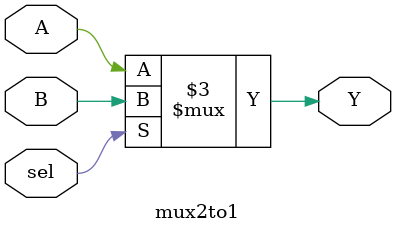
<source format=v>

module mux2to1(
	input A,
	input B,
	input sel,
	
	output reg Y
);

//*********************************always***************************************
// FUNCTION        :¸ù¾ÝselµÄÖµÑ¡ÔñÊä³öÐÅºÅYÊÇA»¹ÊÇB
//****************************************************************************** 
    always @(A, B, sel)
    begin
        if(sel)
            Y = B;
        else
            Y = A;
    end
endmodule
// END OF mux2to1.v FILE *******************************************************
           
</source>
